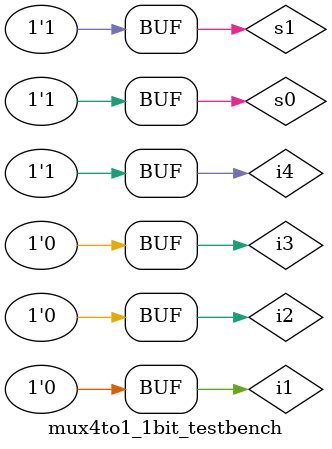
<source format=v>
module mux4to1_1bit_testbench();
	reg i1,i2,i3,i4,s0,s1;
	wire result;
	mux4to1_1bit test_mux(result,i1,i2,i3,i4,s0,s1);
	initial begin
		i1 = 1'b0;i2 = 1'b0; i3 = 1'b0; i4 = 1'b0; s0 = 1'b0; s1 = 1'b0;
		#10;
		i1 = 1'b1;i2 = 1'b0; i3 = 1'b0; i4 = 1'b0; s0 = 1'b0; s1 = 1'b0;
		#10;
		i1 = 1'b0;i2 = 1'b0; i3 = 1'b0; i4 = 1'b0; s0 = 1'b1; s1 = 1'b0;
		#10;
		i1 = 1'b0;i2 = 1'b1; i3 = 1'b0; i4 = 1'b0; s0 = 1'b1; s1 = 1'b0;
		#10;
		i1 = 1'b0;i2 = 1'b0; i3 = 1'b0; i4 = 1'b0; s0 = 1'b0; s1 = 1'b1;
		#10;
		i1 = 1'b0;i2 = 1'b0; i3 = 1'b1; i4 = 1'b0; s0 = 1'b0; s1 = 1'b1;
		#10;
		i1 = 1'b0;i2 = 1'b0; i3 = 1'b0; i4 = 1'b0; s0 = 1'b1; s1 = 1'b1;
		#10;
		i1 = 1'b0;i2 = 1'b0; i3 = 1'b0; i4= 1'b1; s0 = 1'b1; s1 = 1'b1;
		#10;
	end
	initial
	begin
		$monitor("time = %2d, i1 = %1b, i2 = %1b, i3 = %1b, i4 = %1b, s1 = %1b, s0 = %1b, result = %1b", $time,i1,i2,i3,i4,s1,s0,result);
	end
endmodule

</source>
